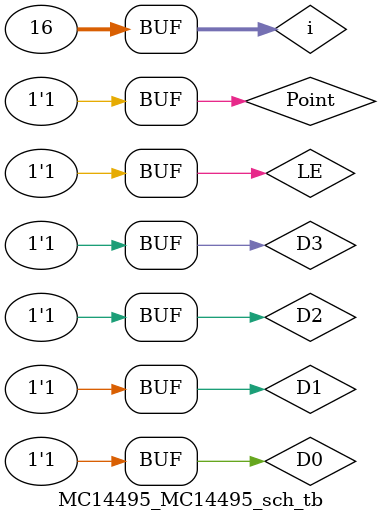
<source format=v>

`timescale 1ns / 1ps

module MC14495_MC14495_sch_tb();

// Inputs
   reg D3;
   reg D2;
   reg D1;
   reg D0;
   reg Point;
   reg LE;

// Output
   wire a;
   wire b;
   wire c;
   wire d;
   wire e;
   wire f;
   wire g;
   wire p;

// Bidirs

// Instantiate the UUT
   MC14495 UUT (
		.D3(D3), 
		.D2(D2), 
		.D1(D1), 
		.D0(D0), 
		.Point(Point), 
		.LE(LE), 
		.a(a), 
		.b(b), 
		.c(c), 
		.d(d), 
		.e(e), 
		.f(f), 
		.g(g), 
		.p(p)
   );
// Initialize Inputs
  // `ifdef auto_init
		integer i;
       initial begin
		D3 = 0;
		D2 = 0;
		D1 = 0;
		D0 = 0;
		Point = 0;
		LE = 0;
		for (i=0; i<=15; i = i+1) begin
		#50;
		{D3,D2,D1,D0} = i;
		Point = i;
		end
		
		#50;
		LE = 1;
		end
  // `endif
endmodule

</source>
